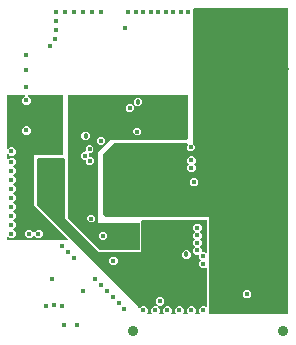
<source format=gbr>
G04 EAGLE Gerber RS-274X export*
G75*
%MOMM*%
%FSLAX34Y34*%
%LPD*%
%INCopper Layer 15*%
%IPPOS*%
%AMOC8*
5,1,8,0,0,1.08239X$1,22.5*%
G01*
%ADD10C,0.900000*%
%ADD11C,0.403200*%
%ADD12C,0.457200*%
%ADD13C,0.503200*%
%ADD14C,0.453200*%

G36*
X240166Y31373D02*
X240166Y31373D01*
X240185Y31371D01*
X240287Y31393D01*
X240389Y31410D01*
X240406Y31419D01*
X240426Y31423D01*
X240515Y31476D01*
X240606Y31525D01*
X240620Y31539D01*
X240637Y31549D01*
X240704Y31628D01*
X240775Y31703D01*
X240784Y31721D01*
X240797Y31736D01*
X240835Y31832D01*
X240879Y31926D01*
X240881Y31946D01*
X240889Y31964D01*
X240907Y32131D01*
X240907Y289231D01*
X240904Y289251D01*
X240906Y289270D01*
X240884Y289372D01*
X240867Y289474D01*
X240858Y289491D01*
X240854Y289511D01*
X240801Y289600D01*
X240752Y289691D01*
X240738Y289705D01*
X240728Y289722D01*
X240649Y289789D01*
X240574Y289860D01*
X240556Y289869D01*
X240541Y289882D01*
X240444Y289921D01*
X240351Y289964D01*
X240331Y289966D01*
X240313Y289974D01*
X240146Y289992D01*
X160655Y289992D01*
X160635Y289989D01*
X160616Y289991D01*
X160514Y289969D01*
X160412Y289952D01*
X160395Y289943D01*
X160375Y289939D01*
X160286Y289886D01*
X160195Y289837D01*
X160181Y289823D01*
X160164Y289813D01*
X160097Y289734D01*
X160026Y289659D01*
X160017Y289641D01*
X160004Y289626D01*
X159965Y289530D01*
X159922Y289436D01*
X159920Y289416D01*
X159912Y289398D01*
X159894Y289231D01*
X159894Y175524D01*
X159909Y175434D01*
X159916Y175343D01*
X159928Y175313D01*
X159934Y175281D01*
X159976Y175200D01*
X160012Y175116D01*
X160038Y175084D01*
X160049Y175064D01*
X160072Y175041D01*
X160117Y174985D01*
X161402Y173700D01*
X161402Y170978D01*
X159476Y169052D01*
X156754Y169052D01*
X154828Y170978D01*
X154828Y173700D01*
X155596Y174468D01*
X155637Y174526D01*
X155687Y174578D01*
X155709Y174625D01*
X155739Y174667D01*
X155760Y174736D01*
X155790Y174801D01*
X155796Y174853D01*
X155811Y174903D01*
X155810Y174974D01*
X155818Y175045D01*
X155806Y175096D01*
X155805Y175148D01*
X155780Y175216D01*
X155765Y175286D01*
X155739Y175330D01*
X155721Y175379D01*
X155676Y175435D01*
X155639Y175497D01*
X155600Y175531D01*
X155567Y175571D01*
X155507Y175610D01*
X155452Y175657D01*
X155404Y175676D01*
X155360Y175704D01*
X155291Y175722D01*
X155224Y175749D01*
X155153Y175757D01*
X155122Y175765D01*
X155098Y175763D01*
X155057Y175767D01*
X93472Y175767D01*
X93382Y175753D01*
X93291Y175745D01*
X93261Y175733D01*
X93229Y175728D01*
X93149Y175685D01*
X93065Y175649D01*
X93033Y175623D01*
X93012Y175612D01*
X92990Y175589D01*
X92934Y175544D01*
X84298Y166908D01*
X84245Y166834D01*
X84185Y166765D01*
X84173Y166735D01*
X84154Y166709D01*
X84127Y166622D01*
X84093Y166537D01*
X84089Y166496D01*
X84082Y166473D01*
X84083Y166441D01*
X84075Y166370D01*
X84075Y116840D01*
X84090Y116750D01*
X84097Y116659D01*
X84109Y116629D01*
X84115Y116597D01*
X84157Y116517D01*
X84193Y116433D01*
X84219Y116401D01*
X84230Y116380D01*
X84253Y116358D01*
X84298Y116302D01*
X86838Y113762D01*
X86912Y113709D01*
X86981Y113649D01*
X87011Y113637D01*
X87037Y113618D01*
X87124Y113591D01*
X87209Y113557D01*
X87250Y113553D01*
X87273Y113546D01*
X87305Y113547D01*
X87376Y113539D01*
X173737Y113539D01*
X173737Y32131D01*
X173740Y32111D01*
X173738Y32092D01*
X173760Y31990D01*
X173777Y31888D01*
X173786Y31871D01*
X173790Y31851D01*
X173843Y31762D01*
X173892Y31671D01*
X173906Y31657D01*
X173916Y31640D01*
X173995Y31573D01*
X174070Y31502D01*
X174088Y31493D01*
X174103Y31480D01*
X174199Y31441D01*
X174293Y31398D01*
X174313Y31396D01*
X174331Y31388D01*
X174498Y31370D01*
X240146Y31370D01*
X240166Y31373D01*
G37*
G36*
X114320Y85602D02*
X114320Y85602D01*
X114339Y85600D01*
X114441Y85622D01*
X114543Y85639D01*
X114560Y85648D01*
X114580Y85652D01*
X114669Y85705D01*
X114760Y85754D01*
X114774Y85768D01*
X114791Y85778D01*
X114858Y85857D01*
X114930Y85932D01*
X114938Y85950D01*
X114951Y85965D01*
X114990Y86061D01*
X115033Y86155D01*
X115035Y86175D01*
X115043Y86193D01*
X115061Y86360D01*
X115061Y107950D01*
X115058Y107970D01*
X115060Y107989D01*
X115038Y108091D01*
X115022Y108193D01*
X115012Y108210D01*
X115008Y108230D01*
X114955Y108319D01*
X114906Y108410D01*
X114892Y108424D01*
X114882Y108441D01*
X114803Y108508D01*
X114728Y108580D01*
X114710Y108588D01*
X114695Y108601D01*
X114599Y108640D01*
X114505Y108683D01*
X114485Y108685D01*
X114467Y108693D01*
X114300Y108711D01*
X79882Y108711D01*
X79882Y168595D01*
X90231Y178944D01*
X154813Y178944D01*
X154833Y178947D01*
X154852Y178945D01*
X154954Y178967D01*
X155056Y178984D01*
X155073Y178993D01*
X155093Y178997D01*
X155182Y179050D01*
X155273Y179099D01*
X155287Y179113D01*
X155304Y179123D01*
X155371Y179202D01*
X155443Y179277D01*
X155451Y179295D01*
X155464Y179310D01*
X155503Y179406D01*
X155546Y179500D01*
X155548Y179520D01*
X155556Y179538D01*
X155574Y179705D01*
X155574Y215900D01*
X155571Y215920D01*
X155573Y215939D01*
X155551Y216041D01*
X155535Y216143D01*
X155525Y216160D01*
X155521Y216180D01*
X155468Y216269D01*
X155419Y216360D01*
X155405Y216374D01*
X155395Y216391D01*
X155316Y216458D01*
X155241Y216530D01*
X155223Y216538D01*
X155208Y216551D01*
X155112Y216590D01*
X155018Y216633D01*
X154998Y216635D01*
X154980Y216643D01*
X154813Y216661D01*
X54991Y216661D01*
X54971Y216658D01*
X54952Y216660D01*
X54850Y216638D01*
X54748Y216622D01*
X54731Y216612D01*
X54711Y216608D01*
X54622Y216555D01*
X54531Y216506D01*
X54517Y216492D01*
X54500Y216482D01*
X54433Y216403D01*
X54362Y216328D01*
X54353Y216310D01*
X54340Y216295D01*
X54301Y216199D01*
X54258Y216105D01*
X54256Y216085D01*
X54248Y216067D01*
X54230Y215900D01*
X54230Y113030D01*
X54245Y112940D01*
X54252Y112849D01*
X54264Y112819D01*
X54270Y112787D01*
X54312Y112707D01*
X54348Y112623D01*
X54374Y112591D01*
X54385Y112570D01*
X54408Y112548D01*
X54434Y112515D01*
X54435Y112513D01*
X54437Y112512D01*
X54453Y112492D01*
X81123Y85822D01*
X81197Y85769D01*
X81266Y85709D01*
X81296Y85697D01*
X81322Y85678D01*
X81409Y85651D01*
X81494Y85617D01*
X81535Y85613D01*
X81558Y85606D01*
X81590Y85607D01*
X81661Y85599D01*
X114300Y85599D01*
X114320Y85602D01*
G37*
G36*
X124548Y31254D02*
X124548Y31254D01*
X124620Y31256D01*
X124669Y31274D01*
X124720Y31283D01*
X124784Y31316D01*
X124851Y31341D01*
X124892Y31373D01*
X124938Y31398D01*
X124987Y31450D01*
X125043Y31494D01*
X125071Y31538D01*
X125107Y31576D01*
X125137Y31641D01*
X125176Y31701D01*
X125189Y31752D01*
X125211Y31799D01*
X125219Y31870D01*
X125236Y31940D01*
X125232Y31992D01*
X125238Y32043D01*
X125223Y32114D01*
X125217Y32185D01*
X125197Y32233D01*
X125186Y32284D01*
X125149Y32345D01*
X125121Y32411D01*
X125076Y32467D01*
X125060Y32495D01*
X125042Y32510D01*
X125016Y32542D01*
X124733Y32825D01*
X124733Y35755D01*
X126805Y37827D01*
X129324Y37827D01*
X129394Y37838D01*
X129466Y37840D01*
X129515Y37858D01*
X129567Y37866D01*
X129630Y37900D01*
X129697Y37925D01*
X129738Y37957D01*
X129784Y37982D01*
X129833Y38034D01*
X129889Y38078D01*
X129917Y38122D01*
X129953Y38160D01*
X129983Y38225D01*
X130022Y38285D01*
X130035Y38336D01*
X130057Y38383D01*
X130065Y38454D01*
X130082Y38524D01*
X130078Y38576D01*
X130084Y38627D01*
X130069Y38698D01*
X130063Y38769D01*
X130043Y38817D01*
X130032Y38868D01*
X129995Y38929D01*
X129967Y38995D01*
X129922Y39051D01*
X129906Y39079D01*
X129888Y39094D01*
X129862Y39126D01*
X128543Y40445D01*
X128543Y43375D01*
X130615Y45447D01*
X133545Y45447D01*
X135617Y43375D01*
X135617Y40445D01*
X133545Y38373D01*
X131026Y38373D01*
X130956Y38362D01*
X130884Y38360D01*
X130835Y38342D01*
X130783Y38334D01*
X130720Y38300D01*
X130653Y38275D01*
X130612Y38243D01*
X130566Y38218D01*
X130517Y38166D01*
X130461Y38122D01*
X130433Y38078D01*
X130397Y38040D01*
X130367Y37975D01*
X130328Y37915D01*
X130315Y37864D01*
X130293Y37817D01*
X130285Y37746D01*
X130268Y37676D01*
X130272Y37624D01*
X130266Y37573D01*
X130281Y37502D01*
X130287Y37431D01*
X130307Y37383D01*
X130318Y37332D01*
X130355Y37271D01*
X130383Y37205D01*
X130428Y37149D01*
X130444Y37121D01*
X130462Y37106D01*
X130488Y37074D01*
X131807Y35755D01*
X131807Y32825D01*
X131524Y32542D01*
X131482Y32484D01*
X131433Y32432D01*
X131411Y32385D01*
X131380Y32343D01*
X131359Y32274D01*
X131329Y32209D01*
X131323Y32157D01*
X131308Y32108D01*
X131310Y32036D01*
X131302Y31965D01*
X131313Y31914D01*
X131314Y31862D01*
X131339Y31794D01*
X131354Y31724D01*
X131381Y31679D01*
X131399Y31631D01*
X131444Y31575D01*
X131480Y31513D01*
X131520Y31479D01*
X131553Y31439D01*
X131613Y31400D01*
X131667Y31353D01*
X131716Y31334D01*
X131760Y31306D01*
X131829Y31288D01*
X131896Y31261D01*
X131967Y31253D01*
X131998Y31245D01*
X132021Y31247D01*
X132062Y31243D01*
X134638Y31243D01*
X134708Y31254D01*
X134780Y31256D01*
X134829Y31274D01*
X134880Y31283D01*
X134944Y31316D01*
X135011Y31341D01*
X135052Y31373D01*
X135098Y31398D01*
X135147Y31450D01*
X135203Y31494D01*
X135231Y31538D01*
X135267Y31576D01*
X135297Y31641D01*
X135336Y31701D01*
X135349Y31752D01*
X135371Y31799D01*
X135379Y31870D01*
X135396Y31940D01*
X135392Y31992D01*
X135398Y32043D01*
X135383Y32114D01*
X135377Y32185D01*
X135357Y32233D01*
X135346Y32284D01*
X135309Y32345D01*
X135281Y32411D01*
X135236Y32467D01*
X135220Y32495D01*
X135202Y32510D01*
X135176Y32542D01*
X134893Y32825D01*
X134893Y35755D01*
X136965Y37827D01*
X139895Y37827D01*
X141967Y35755D01*
X141967Y32825D01*
X141684Y32542D01*
X141642Y32484D01*
X141593Y32432D01*
X141571Y32385D01*
X141540Y32343D01*
X141519Y32274D01*
X141489Y32209D01*
X141483Y32157D01*
X141468Y32108D01*
X141470Y32036D01*
X141462Y31965D01*
X141473Y31914D01*
X141474Y31862D01*
X141499Y31794D01*
X141514Y31724D01*
X141541Y31679D01*
X141559Y31631D01*
X141604Y31575D01*
X141640Y31513D01*
X141680Y31479D01*
X141713Y31439D01*
X141773Y31400D01*
X141827Y31353D01*
X141876Y31334D01*
X141920Y31306D01*
X141989Y31288D01*
X142056Y31261D01*
X142127Y31253D01*
X142158Y31245D01*
X142181Y31247D01*
X142222Y31243D01*
X144798Y31243D01*
X144868Y31254D01*
X144940Y31256D01*
X144989Y31274D01*
X145040Y31283D01*
X145104Y31316D01*
X145171Y31341D01*
X145212Y31373D01*
X145258Y31398D01*
X145307Y31450D01*
X145363Y31494D01*
X145391Y31538D01*
X145427Y31576D01*
X145457Y31641D01*
X145496Y31701D01*
X145509Y31752D01*
X145531Y31799D01*
X145539Y31870D01*
X145556Y31940D01*
X145552Y31992D01*
X145558Y32043D01*
X145543Y32114D01*
X145537Y32185D01*
X145517Y32233D01*
X145506Y32284D01*
X145469Y32345D01*
X145441Y32411D01*
X145396Y32467D01*
X145380Y32495D01*
X145362Y32510D01*
X145336Y32542D01*
X145053Y32825D01*
X145053Y35755D01*
X147125Y37827D01*
X150055Y37827D01*
X152127Y35755D01*
X152127Y32825D01*
X151844Y32542D01*
X151802Y32484D01*
X151753Y32432D01*
X151731Y32385D01*
X151700Y32343D01*
X151679Y32274D01*
X151649Y32209D01*
X151643Y32157D01*
X151628Y32108D01*
X151630Y32036D01*
X151622Y31965D01*
X151633Y31914D01*
X151634Y31862D01*
X151659Y31794D01*
X151674Y31724D01*
X151701Y31679D01*
X151719Y31631D01*
X151764Y31575D01*
X151800Y31513D01*
X151840Y31479D01*
X151873Y31439D01*
X151933Y31400D01*
X151987Y31353D01*
X152036Y31334D01*
X152080Y31306D01*
X152149Y31288D01*
X152216Y31261D01*
X152287Y31253D01*
X152318Y31245D01*
X152341Y31247D01*
X152382Y31243D01*
X154958Y31243D01*
X155028Y31254D01*
X155100Y31256D01*
X155149Y31274D01*
X155200Y31283D01*
X155264Y31316D01*
X155331Y31341D01*
X155372Y31373D01*
X155418Y31398D01*
X155467Y31450D01*
X155523Y31494D01*
X155551Y31538D01*
X155587Y31576D01*
X155617Y31641D01*
X155656Y31701D01*
X155669Y31752D01*
X155691Y31799D01*
X155699Y31870D01*
X155716Y31940D01*
X155712Y31992D01*
X155718Y32043D01*
X155703Y32114D01*
X155697Y32185D01*
X155677Y32233D01*
X155666Y32284D01*
X155629Y32345D01*
X155601Y32411D01*
X155556Y32467D01*
X155540Y32495D01*
X155522Y32510D01*
X155496Y32542D01*
X155213Y32825D01*
X155213Y35755D01*
X157285Y37827D01*
X160215Y37827D01*
X162287Y35755D01*
X162287Y32825D01*
X162004Y32542D01*
X161962Y32484D01*
X161913Y32432D01*
X161891Y32385D01*
X161860Y32343D01*
X161839Y32274D01*
X161809Y32209D01*
X161803Y32157D01*
X161788Y32108D01*
X161790Y32036D01*
X161782Y31965D01*
X161793Y31914D01*
X161794Y31862D01*
X161819Y31794D01*
X161834Y31724D01*
X161861Y31679D01*
X161879Y31631D01*
X161924Y31575D01*
X161960Y31513D01*
X162000Y31479D01*
X162033Y31439D01*
X162093Y31400D01*
X162147Y31353D01*
X162196Y31334D01*
X162240Y31306D01*
X162309Y31288D01*
X162376Y31261D01*
X162447Y31253D01*
X162478Y31245D01*
X162501Y31247D01*
X162542Y31243D01*
X165118Y31243D01*
X165188Y31254D01*
X165260Y31256D01*
X165309Y31274D01*
X165360Y31283D01*
X165424Y31316D01*
X165491Y31341D01*
X165532Y31373D01*
X165578Y31398D01*
X165627Y31450D01*
X165683Y31494D01*
X165711Y31538D01*
X165747Y31576D01*
X165777Y31641D01*
X165816Y31701D01*
X165829Y31752D01*
X165851Y31799D01*
X165859Y31870D01*
X165876Y31940D01*
X165872Y31992D01*
X165878Y32043D01*
X165863Y32114D01*
X165857Y32185D01*
X165837Y32233D01*
X165826Y32284D01*
X165789Y32345D01*
X165761Y32411D01*
X165716Y32467D01*
X165700Y32495D01*
X165682Y32510D01*
X165656Y32542D01*
X165373Y32825D01*
X165373Y35755D01*
X167445Y37827D01*
X170375Y37827D01*
X170658Y37544D01*
X170716Y37502D01*
X170768Y37453D01*
X170815Y37431D01*
X170857Y37400D01*
X170926Y37379D01*
X170991Y37349D01*
X171043Y37343D01*
X171093Y37328D01*
X171164Y37330D01*
X171235Y37322D01*
X171286Y37333D01*
X171338Y37334D01*
X171406Y37359D01*
X171476Y37374D01*
X171520Y37401D01*
X171569Y37419D01*
X171625Y37464D01*
X171687Y37500D01*
X171721Y37540D01*
X171761Y37573D01*
X171800Y37633D01*
X171847Y37687D01*
X171866Y37736D01*
X171894Y37780D01*
X171912Y37849D01*
X171921Y37872D01*
X171929Y37889D01*
X171930Y37893D01*
X171939Y37916D01*
X171947Y37987D01*
X171955Y38018D01*
X171953Y38041D01*
X171957Y38082D01*
X171957Y65296D01*
X171943Y65386D01*
X171935Y65477D01*
X171923Y65507D01*
X171918Y65538D01*
X171875Y65619D01*
X171839Y65703D01*
X171813Y65735D01*
X171802Y65756D01*
X171779Y65778D01*
X171734Y65834D01*
X171723Y65845D01*
X171723Y68775D01*
X171734Y68786D01*
X171779Y68848D01*
X171807Y68877D01*
X171812Y68888D01*
X171847Y68929D01*
X171859Y68959D01*
X171878Y68986D01*
X171905Y69073D01*
X171939Y69158D01*
X171943Y69198D01*
X171950Y69221D01*
X171949Y69253D01*
X171957Y69324D01*
X171957Y69868D01*
X171946Y69938D01*
X171944Y70010D01*
X171926Y70059D01*
X171918Y70110D01*
X171884Y70174D01*
X171859Y70241D01*
X171827Y70282D01*
X171802Y70328D01*
X171751Y70377D01*
X171706Y70433D01*
X171662Y70461D01*
X171624Y70497D01*
X171559Y70527D01*
X171499Y70566D01*
X171448Y70579D01*
X171401Y70601D01*
X171330Y70609D01*
X171260Y70626D01*
X171208Y70622D01*
X171157Y70628D01*
X171086Y70613D01*
X171015Y70607D01*
X170967Y70587D01*
X170916Y70576D01*
X170855Y70539D01*
X170789Y70511D01*
X170733Y70466D01*
X170705Y70450D01*
X170690Y70432D01*
X170658Y70406D01*
X170375Y70123D01*
X167445Y70123D01*
X165373Y72195D01*
X165373Y75125D01*
X166545Y76297D01*
X166557Y76313D01*
X166572Y76325D01*
X166628Y76413D01*
X166689Y76496D01*
X166694Y76515D01*
X166705Y76532D01*
X166730Y76633D01*
X166761Y76732D01*
X166760Y76751D01*
X166765Y76771D01*
X166757Y76874D01*
X166755Y76977D01*
X166748Y76996D01*
X166746Y77016D01*
X166706Y77111D01*
X166670Y77208D01*
X166658Y77224D01*
X166650Y77242D01*
X166545Y77373D01*
X165373Y78545D01*
X165373Y80792D01*
X165370Y80812D01*
X165372Y80831D01*
X165350Y80933D01*
X165334Y81035D01*
X165324Y81052D01*
X165320Y81072D01*
X165267Y81161D01*
X165218Y81252D01*
X165204Y81266D01*
X165194Y81283D01*
X165115Y81350D01*
X165040Y81422D01*
X165022Y81430D01*
X165007Y81443D01*
X164911Y81482D01*
X164817Y81525D01*
X164797Y81527D01*
X164779Y81535D01*
X164612Y81553D01*
X162365Y81553D01*
X160293Y83625D01*
X160293Y86555D01*
X161465Y87727D01*
X161477Y87743D01*
X161492Y87755D01*
X161548Y87843D01*
X161609Y87926D01*
X161614Y87945D01*
X161625Y87962D01*
X161650Y88063D01*
X161681Y88162D01*
X161680Y88181D01*
X161685Y88201D01*
X161677Y88304D01*
X161675Y88407D01*
X161668Y88426D01*
X161666Y88446D01*
X161626Y88541D01*
X161590Y88638D01*
X161578Y88654D01*
X161570Y88672D01*
X161465Y88803D01*
X160293Y89975D01*
X160293Y92905D01*
X161465Y94077D01*
X161477Y94093D01*
X161492Y94105D01*
X161548Y94193D01*
X161609Y94276D01*
X161614Y94295D01*
X161625Y94312D01*
X161650Y94413D01*
X161681Y94512D01*
X161680Y94531D01*
X161685Y94551D01*
X161677Y94654D01*
X161675Y94757D01*
X161668Y94776D01*
X161666Y94796D01*
X161626Y94891D01*
X161590Y94988D01*
X161578Y95004D01*
X161570Y95022D01*
X161465Y95153D01*
X160293Y96325D01*
X160293Y99255D01*
X161465Y100427D01*
X161477Y100443D01*
X161492Y100455D01*
X161548Y100543D01*
X161609Y100626D01*
X161614Y100645D01*
X161625Y100662D01*
X161650Y100763D01*
X161681Y100862D01*
X161680Y100881D01*
X161685Y100901D01*
X161677Y101004D01*
X161675Y101107D01*
X161668Y101126D01*
X161666Y101146D01*
X161626Y101241D01*
X161590Y101338D01*
X161578Y101354D01*
X161570Y101372D01*
X161465Y101503D01*
X160293Y102675D01*
X160293Y105605D01*
X162365Y107677D01*
X165295Y107677D01*
X167367Y105605D01*
X167367Y102675D01*
X166195Y101503D01*
X166183Y101487D01*
X166168Y101475D01*
X166112Y101387D01*
X166051Y101304D01*
X166046Y101285D01*
X166035Y101268D01*
X166009Y101167D01*
X165979Y101068D01*
X165980Y101049D01*
X165975Y101029D01*
X165983Y100926D01*
X165985Y100823D01*
X165992Y100804D01*
X165994Y100784D01*
X166034Y100689D01*
X166070Y100592D01*
X166082Y100576D01*
X166090Y100558D01*
X166195Y100427D01*
X167367Y99255D01*
X167367Y96325D01*
X166195Y95153D01*
X166183Y95137D01*
X166168Y95125D01*
X166112Y95037D01*
X166051Y94954D01*
X166046Y94935D01*
X166035Y94918D01*
X166009Y94817D01*
X165979Y94718D01*
X165980Y94699D01*
X165975Y94679D01*
X165983Y94576D01*
X165985Y94473D01*
X165992Y94454D01*
X165994Y94434D01*
X166034Y94339D01*
X166070Y94242D01*
X166082Y94226D01*
X166090Y94208D01*
X166195Y94077D01*
X167367Y92905D01*
X167367Y89975D01*
X166195Y88803D01*
X166183Y88787D01*
X166168Y88775D01*
X166112Y88687D01*
X166051Y88604D01*
X166046Y88585D01*
X166035Y88568D01*
X166009Y88467D01*
X165979Y88368D01*
X165980Y88349D01*
X165975Y88329D01*
X165983Y88226D01*
X165985Y88123D01*
X165992Y88104D01*
X165994Y88084D01*
X166034Y87989D01*
X166070Y87892D01*
X166082Y87876D01*
X166090Y87858D01*
X166195Y87727D01*
X167367Y86555D01*
X167367Y84308D01*
X167370Y84288D01*
X167368Y84269D01*
X167390Y84167D01*
X167406Y84065D01*
X167416Y84048D01*
X167420Y84028D01*
X167473Y83939D01*
X167522Y83848D01*
X167536Y83834D01*
X167546Y83817D01*
X167625Y83750D01*
X167700Y83678D01*
X167718Y83670D01*
X167733Y83657D01*
X167829Y83618D01*
X167923Y83575D01*
X167943Y83573D01*
X167961Y83565D01*
X168128Y83547D01*
X170375Y83547D01*
X170658Y83264D01*
X170716Y83222D01*
X170768Y83173D01*
X170815Y83151D01*
X170857Y83120D01*
X170926Y83099D01*
X170991Y83069D01*
X171043Y83063D01*
X171093Y83048D01*
X171164Y83050D01*
X171235Y83042D01*
X171286Y83053D01*
X171338Y83054D01*
X171406Y83079D01*
X171476Y83094D01*
X171520Y83121D01*
X171569Y83139D01*
X171625Y83184D01*
X171687Y83220D01*
X171721Y83260D01*
X171761Y83293D01*
X171800Y83353D01*
X171847Y83407D01*
X171866Y83456D01*
X171894Y83500D01*
X171912Y83569D01*
X171939Y83636D01*
X171947Y83707D01*
X171955Y83738D01*
X171953Y83761D01*
X171957Y83802D01*
X171957Y110109D01*
X171954Y110129D01*
X171956Y110148D01*
X171934Y110250D01*
X171918Y110352D01*
X171908Y110369D01*
X171904Y110389D01*
X171851Y110478D01*
X171802Y110569D01*
X171788Y110583D01*
X171778Y110600D01*
X171699Y110667D01*
X171624Y110739D01*
X171606Y110747D01*
X171591Y110760D01*
X171495Y110799D01*
X171401Y110842D01*
X171381Y110844D01*
X171363Y110852D01*
X171196Y110870D01*
X117221Y110870D01*
X117201Y110867D01*
X117182Y110869D01*
X117080Y110847D01*
X116978Y110831D01*
X116961Y110821D01*
X116941Y110817D01*
X116852Y110764D01*
X116761Y110715D01*
X116747Y110701D01*
X116730Y110691D01*
X116663Y110612D01*
X116592Y110537D01*
X116583Y110519D01*
X116570Y110504D01*
X116531Y110408D01*
X116488Y110314D01*
X116486Y110294D01*
X116478Y110276D01*
X116460Y110109D01*
X116460Y83946D01*
X80071Y83946D01*
X51307Y112710D01*
X51307Y162560D01*
X51304Y162580D01*
X51306Y162599D01*
X51284Y162701D01*
X51268Y162803D01*
X51258Y162820D01*
X51254Y162840D01*
X51201Y162929D01*
X51152Y163020D01*
X51138Y163034D01*
X51128Y163051D01*
X51049Y163118D01*
X50974Y163190D01*
X50956Y163198D01*
X50941Y163211D01*
X50845Y163250D01*
X50751Y163293D01*
X50731Y163295D01*
X50713Y163303D01*
X50546Y163321D01*
X29083Y163321D01*
X29063Y163318D01*
X29044Y163320D01*
X28942Y163298D01*
X28840Y163282D01*
X28823Y163272D01*
X28803Y163268D01*
X28714Y163215D01*
X28623Y163166D01*
X28609Y163152D01*
X28592Y163142D01*
X28525Y163063D01*
X28454Y162988D01*
X28445Y162970D01*
X28432Y162955D01*
X28393Y162859D01*
X28350Y162765D01*
X28348Y162745D01*
X28340Y162727D01*
X28322Y162560D01*
X28322Y123063D01*
X28337Y122973D01*
X28344Y122882D01*
X28356Y122852D01*
X28362Y122820D01*
X28404Y122740D01*
X28440Y122656D01*
X28466Y122624D01*
X28477Y122603D01*
X28500Y122581D01*
X28545Y122525D01*
X114406Y36664D01*
X114422Y36652D01*
X114434Y36637D01*
X114522Y36581D01*
X114605Y36520D01*
X114624Y36514D01*
X114641Y36504D01*
X114742Y36478D01*
X114840Y36448D01*
X114860Y36448D01*
X114880Y36444D01*
X114983Y36452D01*
X115086Y36454D01*
X115105Y36461D01*
X115125Y36463D01*
X115220Y36503D01*
X115317Y36539D01*
X115333Y36551D01*
X115351Y36559D01*
X115482Y36664D01*
X116645Y37827D01*
X119575Y37827D01*
X121647Y35755D01*
X121647Y32825D01*
X121364Y32542D01*
X121322Y32484D01*
X121273Y32432D01*
X121251Y32385D01*
X121220Y32343D01*
X121199Y32274D01*
X121169Y32209D01*
X121163Y32157D01*
X121148Y32108D01*
X121150Y32036D01*
X121142Y31965D01*
X121153Y31914D01*
X121154Y31862D01*
X121179Y31794D01*
X121194Y31724D01*
X121221Y31679D01*
X121239Y31631D01*
X121284Y31575D01*
X121320Y31513D01*
X121360Y31479D01*
X121393Y31439D01*
X121453Y31400D01*
X121507Y31353D01*
X121556Y31334D01*
X121600Y31306D01*
X121669Y31288D01*
X121736Y31261D01*
X121807Y31253D01*
X121838Y31245D01*
X121861Y31247D01*
X121902Y31243D01*
X124478Y31243D01*
X124548Y31254D01*
G37*
G36*
X53665Y93738D02*
X53665Y93738D01*
X53736Y93740D01*
X53785Y93758D01*
X53837Y93767D01*
X53900Y93800D01*
X53967Y93825D01*
X54008Y93857D01*
X54054Y93882D01*
X54103Y93933D01*
X54159Y93978D01*
X54188Y94022D01*
X54224Y94060D01*
X54254Y94125D01*
X54292Y94185D01*
X54305Y94236D01*
X54327Y94283D01*
X54335Y94354D01*
X54353Y94424D01*
X54348Y94476D01*
X54354Y94527D01*
X54339Y94598D01*
X54333Y94669D01*
X54313Y94717D01*
X54302Y94768D01*
X54265Y94829D01*
X54237Y94895D01*
X54192Y94951D01*
X54176Y94979D01*
X54158Y94994D01*
X54132Y95026D01*
X25526Y123632D01*
X25526Y166244D01*
X49276Y166244D01*
X49296Y166247D01*
X49315Y166245D01*
X49417Y166267D01*
X49519Y166284D01*
X49536Y166293D01*
X49556Y166297D01*
X49645Y166350D01*
X49736Y166399D01*
X49750Y166413D01*
X49767Y166423D01*
X49834Y166502D01*
X49906Y166577D01*
X49914Y166595D01*
X49927Y166610D01*
X49966Y166706D01*
X50009Y166800D01*
X50011Y166820D01*
X50019Y166838D01*
X50037Y167005D01*
X50037Y216027D01*
X50034Y216047D01*
X50036Y216066D01*
X50014Y216168D01*
X49998Y216270D01*
X49988Y216287D01*
X49984Y216307D01*
X49931Y216396D01*
X49882Y216487D01*
X49868Y216501D01*
X49858Y216518D01*
X49779Y216585D01*
X49704Y216657D01*
X49686Y216665D01*
X49671Y216678D01*
X49575Y216717D01*
X49481Y216760D01*
X49461Y216762D01*
X49443Y216770D01*
X49276Y216788D01*
X21191Y216788D01*
X21121Y216777D01*
X21049Y216775D01*
X21000Y216757D01*
X20949Y216749D01*
X20885Y216715D01*
X20818Y216690D01*
X20777Y216658D01*
X20731Y216633D01*
X20682Y216582D01*
X20626Y216537D01*
X20598Y216493D01*
X20562Y216455D01*
X20532Y216390D01*
X20493Y216330D01*
X20480Y216279D01*
X20458Y216232D01*
X20450Y216161D01*
X20433Y216091D01*
X20437Y216039D01*
X20431Y215988D01*
X20446Y215917D01*
X20452Y215846D01*
X20472Y215798D01*
X20483Y215747D01*
X20520Y215686D01*
X20548Y215620D01*
X20593Y215564D01*
X20609Y215536D01*
X20627Y215521D01*
X20653Y215489D01*
X22587Y213555D01*
X22587Y210625D01*
X20515Y208553D01*
X17585Y208553D01*
X15513Y210625D01*
X15513Y213555D01*
X17447Y215489D01*
X17489Y215547D01*
X17538Y215599D01*
X17560Y215646D01*
X17591Y215688D01*
X17612Y215757D01*
X17642Y215822D01*
X17648Y215874D01*
X17663Y215924D01*
X17661Y215995D01*
X17669Y216066D01*
X17658Y216117D01*
X17657Y216169D01*
X17632Y216237D01*
X17617Y216307D01*
X17590Y216351D01*
X17572Y216400D01*
X17527Y216456D01*
X17491Y216518D01*
X17451Y216552D01*
X17418Y216592D01*
X17358Y216631D01*
X17304Y216678D01*
X17255Y216697D01*
X17211Y216725D01*
X17142Y216743D01*
X17075Y216770D01*
X17004Y216778D01*
X16973Y216786D01*
X16950Y216784D01*
X16909Y216788D01*
X3411Y216788D01*
X3391Y216785D01*
X3371Y216787D01*
X3270Y216765D01*
X3168Y216749D01*
X3150Y216739D01*
X3131Y216735D01*
X3042Y216682D01*
X2950Y216633D01*
X2937Y216619D01*
X2920Y216609D01*
X2852Y216530D01*
X2781Y216455D01*
X2773Y216437D01*
X2760Y216422D01*
X2721Y216326D01*
X2677Y216232D01*
X2675Y216212D01*
X2668Y216194D01*
X2649Y216027D01*
X2649Y172049D01*
X2661Y171978D01*
X2663Y171906D01*
X2681Y171857D01*
X2689Y171806D01*
X2723Y171743D01*
X2747Y171675D01*
X2780Y171635D01*
X2804Y171589D01*
X2856Y171539D01*
X2901Y171483D01*
X2945Y171455D01*
X2983Y171419D01*
X3048Y171389D01*
X3108Y171350D01*
X3158Y171338D01*
X3206Y171316D01*
X3277Y171308D01*
X3346Y171290D01*
X3398Y171294D01*
X3450Y171289D01*
X3520Y171304D01*
X3592Y171309D01*
X3639Y171330D01*
X3690Y171341D01*
X3752Y171378D01*
X3818Y171406D01*
X3874Y171451D01*
X3902Y171467D01*
X3917Y171485D01*
X3949Y171511D01*
X4885Y172447D01*
X7815Y172447D01*
X9887Y170375D01*
X9887Y167445D01*
X7815Y165373D01*
X4885Y165373D01*
X3949Y166309D01*
X3891Y166351D01*
X3839Y166401D01*
X3791Y166423D01*
X3749Y166453D01*
X3681Y166474D01*
X3616Y166504D01*
X3564Y166510D01*
X3514Y166525D01*
X3442Y166523D01*
X3371Y166531D01*
X3320Y166520D01*
X3268Y166519D01*
X3201Y166494D01*
X3131Y166479D01*
X3086Y166452D01*
X3037Y166435D01*
X2981Y166390D01*
X2920Y166353D01*
X2886Y166313D01*
X2845Y166281D01*
X2806Y166221D01*
X2760Y166166D01*
X2740Y166118D01*
X2712Y166074D01*
X2695Y166004D01*
X2668Y165938D01*
X2660Y165867D01*
X2652Y165835D01*
X2654Y165812D01*
X2649Y165771D01*
X2649Y163159D01*
X2661Y163088D01*
X2663Y163016D01*
X2681Y162967D01*
X2689Y162916D01*
X2723Y162853D01*
X2747Y162785D01*
X2780Y162745D01*
X2804Y162699D01*
X2856Y162649D01*
X2901Y162593D01*
X2945Y162565D01*
X2983Y162529D01*
X3048Y162499D01*
X3108Y162460D01*
X3158Y162448D01*
X3206Y162426D01*
X3277Y162418D01*
X3346Y162400D01*
X3398Y162404D01*
X3450Y162399D01*
X3520Y162414D01*
X3592Y162419D01*
X3639Y162440D01*
X3690Y162451D01*
X3752Y162488D01*
X3818Y162516D01*
X3874Y162561D01*
X3902Y162577D01*
X3917Y162595D01*
X3949Y162621D01*
X4885Y163557D01*
X7815Y163557D01*
X9887Y161485D01*
X9887Y158555D01*
X8080Y156748D01*
X8068Y156732D01*
X8053Y156720D01*
X7997Y156632D01*
X7936Y156549D01*
X7931Y156530D01*
X7920Y156513D01*
X7894Y156412D01*
X7864Y156313D01*
X7865Y156294D01*
X7860Y156274D01*
X7868Y156171D01*
X7870Y156068D01*
X7877Y156049D01*
X7879Y156029D01*
X7919Y155934D01*
X7955Y155837D01*
X7967Y155821D01*
X7975Y155803D01*
X8080Y155672D01*
X9887Y153865D01*
X9887Y150935D01*
X8080Y149128D01*
X8068Y149112D01*
X8053Y149100D01*
X7997Y149012D01*
X7936Y148929D01*
X7931Y148910D01*
X7920Y148893D01*
X7894Y148792D01*
X7864Y148693D01*
X7865Y148674D01*
X7860Y148654D01*
X7868Y148551D01*
X7870Y148448D01*
X7877Y148429D01*
X7879Y148409D01*
X7919Y148314D01*
X7955Y148217D01*
X7967Y148201D01*
X7975Y148183D01*
X8080Y148052D01*
X9887Y146245D01*
X9887Y143315D01*
X8080Y141508D01*
X8068Y141492D01*
X8053Y141480D01*
X7997Y141392D01*
X7936Y141309D01*
X7931Y141290D01*
X7920Y141273D01*
X7894Y141172D01*
X7864Y141073D01*
X7865Y141054D01*
X7860Y141034D01*
X7868Y140931D01*
X7870Y140828D01*
X7877Y140809D01*
X7879Y140789D01*
X7919Y140694D01*
X7955Y140597D01*
X7967Y140581D01*
X7975Y140563D01*
X8080Y140432D01*
X9887Y138625D01*
X9887Y135695D01*
X8080Y133888D01*
X8068Y133872D01*
X8053Y133860D01*
X7997Y133772D01*
X7936Y133689D01*
X7931Y133670D01*
X7920Y133653D01*
X7894Y133552D01*
X7864Y133453D01*
X7865Y133434D01*
X7860Y133414D01*
X7868Y133311D01*
X7870Y133208D01*
X7877Y133189D01*
X7879Y133169D01*
X7919Y133074D01*
X7955Y132977D01*
X7967Y132961D01*
X7975Y132943D01*
X8080Y132812D01*
X9887Y131005D01*
X9887Y128075D01*
X8080Y126268D01*
X8068Y126252D01*
X8053Y126240D01*
X7997Y126152D01*
X7936Y126069D01*
X7931Y126050D01*
X7920Y126033D01*
X7895Y125932D01*
X7864Y125833D01*
X7865Y125814D01*
X7860Y125794D01*
X7868Y125691D01*
X7870Y125588D01*
X7877Y125569D01*
X7879Y125549D01*
X7919Y125454D01*
X7955Y125357D01*
X7967Y125341D01*
X7975Y125323D01*
X8080Y125192D01*
X9887Y123385D01*
X9887Y120455D01*
X8080Y118648D01*
X8068Y118632D01*
X8053Y118620D01*
X7997Y118532D01*
X7936Y118449D01*
X7931Y118430D01*
X7920Y118413D01*
X7894Y118312D01*
X7864Y118213D01*
X7865Y118194D01*
X7860Y118174D01*
X7868Y118071D01*
X7870Y117968D01*
X7877Y117949D01*
X7879Y117929D01*
X7919Y117834D01*
X7955Y117737D01*
X7967Y117721D01*
X7975Y117703D01*
X8057Y117600D01*
X8060Y117596D01*
X8063Y117593D01*
X8080Y117572D01*
X9887Y115765D01*
X9887Y112835D01*
X8080Y111028D01*
X8068Y111012D01*
X8053Y111000D01*
X7997Y110912D01*
X7936Y110829D01*
X7931Y110810D01*
X7920Y110793D01*
X7894Y110692D01*
X7864Y110593D01*
X7865Y110574D01*
X7860Y110554D01*
X7868Y110451D01*
X7870Y110348D01*
X7877Y110329D01*
X7879Y110309D01*
X7919Y110214D01*
X7926Y110197D01*
X7926Y110194D01*
X7927Y110193D01*
X7955Y110117D01*
X7967Y110101D01*
X7975Y110083D01*
X8045Y109995D01*
X8052Y109983D01*
X8060Y109977D01*
X8080Y109952D01*
X9887Y108145D01*
X9887Y105215D01*
X8080Y103408D01*
X8068Y103392D01*
X8053Y103380D01*
X7997Y103292D01*
X7936Y103209D01*
X7931Y103190D01*
X7920Y103173D01*
X7894Y103072D01*
X7864Y102973D01*
X7865Y102954D01*
X7860Y102934D01*
X7868Y102834D01*
X7866Y102822D01*
X7868Y102813D01*
X7870Y102728D01*
X7877Y102709D01*
X7879Y102689D01*
X7912Y102610D01*
X7919Y102582D01*
X7932Y102560D01*
X7955Y102497D01*
X7967Y102481D01*
X7975Y102463D01*
X8033Y102390D01*
X8045Y102371D01*
X8057Y102360D01*
X8080Y102332D01*
X9887Y100525D01*
X9887Y97595D01*
X7815Y95523D01*
X4885Y95523D01*
X3949Y96459D01*
X3891Y96501D01*
X3839Y96551D01*
X3791Y96573D01*
X3749Y96603D01*
X3681Y96624D01*
X3616Y96654D01*
X3564Y96660D01*
X3514Y96675D01*
X3442Y96673D01*
X3371Y96681D01*
X3320Y96670D01*
X3268Y96669D01*
X3201Y96644D01*
X3131Y96629D01*
X3086Y96602D01*
X3037Y96585D01*
X2981Y96540D01*
X2920Y96503D01*
X2886Y96463D01*
X2845Y96431D01*
X2806Y96371D01*
X2760Y96316D01*
X2740Y96268D01*
X2712Y96224D01*
X2695Y96154D01*
X2668Y96088D01*
X2660Y96017D01*
X2652Y95985D01*
X2654Y95962D01*
X2649Y95921D01*
X2649Y94488D01*
X2653Y94468D01*
X2650Y94449D01*
X2672Y94347D01*
X2689Y94245D01*
X2698Y94228D01*
X2703Y94208D01*
X2756Y94119D01*
X2804Y94028D01*
X2819Y94014D01*
X2829Y93997D01*
X2908Y93930D01*
X2983Y93859D01*
X3001Y93850D01*
X3016Y93837D01*
X3112Y93798D01*
X3206Y93755D01*
X3225Y93753D01*
X3244Y93745D01*
X3411Y93727D01*
X53594Y93727D01*
X53665Y93738D01*
G37*
%LPC*%
G36*
X71283Y157495D02*
X71283Y157495D01*
X69357Y159421D01*
X69357Y161306D01*
X69354Y161326D01*
X69356Y161345D01*
X69334Y161447D01*
X69318Y161549D01*
X69308Y161566D01*
X69304Y161586D01*
X69251Y161675D01*
X69202Y161766D01*
X69188Y161780D01*
X69178Y161797D01*
X69099Y161864D01*
X69024Y161936D01*
X69006Y161944D01*
X68991Y161957D01*
X68895Y161996D01*
X68801Y162039D01*
X68781Y162041D01*
X68763Y162049D01*
X68596Y162067D01*
X67473Y162067D01*
X65547Y163993D01*
X65547Y166715D01*
X67473Y168641D01*
X68469Y168641D01*
X68489Y168644D01*
X68508Y168642D01*
X68610Y168664D01*
X68712Y168680D01*
X68729Y168690D01*
X68749Y168694D01*
X68838Y168747D01*
X68929Y168796D01*
X68943Y168810D01*
X68960Y168820D01*
X69027Y168899D01*
X69099Y168974D01*
X69107Y168992D01*
X69120Y169007D01*
X69159Y169103D01*
X69202Y169197D01*
X69204Y169217D01*
X69212Y169235D01*
X69230Y169402D01*
X69230Y172176D01*
X71156Y174102D01*
X73878Y174102D01*
X75804Y172176D01*
X75804Y169454D01*
X73878Y167528D01*
X72882Y167528D01*
X72862Y167525D01*
X72843Y167527D01*
X72741Y167505D01*
X72639Y167489D01*
X72622Y167479D01*
X72602Y167475D01*
X72513Y167422D01*
X72422Y167373D01*
X72408Y167359D01*
X72391Y167349D01*
X72324Y167270D01*
X72252Y167195D01*
X72244Y167177D01*
X72231Y167162D01*
X72192Y167066D01*
X72149Y166972D01*
X72147Y166952D01*
X72139Y166934D01*
X72121Y166767D01*
X72121Y164830D01*
X72124Y164810D01*
X72122Y164791D01*
X72144Y164689D01*
X72160Y164587D01*
X72170Y164570D01*
X72174Y164550D01*
X72227Y164461D01*
X72276Y164370D01*
X72290Y164356D01*
X72300Y164339D01*
X72379Y164272D01*
X72454Y164200D01*
X72472Y164192D01*
X72487Y164179D01*
X72583Y164140D01*
X72677Y164097D01*
X72697Y164095D01*
X72715Y164087D01*
X72882Y164069D01*
X74005Y164069D01*
X75931Y162143D01*
X75931Y159421D01*
X74005Y157495D01*
X71283Y157495D01*
G37*
%LPD*%
%LPC*%
G36*
X20125Y95523D02*
X20125Y95523D01*
X18053Y97595D01*
X18053Y100525D01*
X20125Y102597D01*
X23055Y102597D01*
X24862Y100790D01*
X24878Y100778D01*
X24890Y100763D01*
X24958Y100719D01*
X24994Y100688D01*
X25014Y100680D01*
X25061Y100646D01*
X25080Y100641D01*
X25097Y100630D01*
X25198Y100605D01*
X25218Y100598D01*
X25222Y100596D01*
X25225Y100596D01*
X25297Y100574D01*
X25316Y100575D01*
X25336Y100570D01*
X25439Y100578D01*
X25542Y100580D01*
X25561Y100587D01*
X25581Y100589D01*
X25646Y100616D01*
X25654Y100618D01*
X25674Y100628D01*
X25676Y100629D01*
X25773Y100665D01*
X25789Y100677D01*
X25807Y100685D01*
X25859Y100726D01*
X25871Y100733D01*
X25885Y100747D01*
X25938Y100790D01*
X27745Y102597D01*
X30675Y102597D01*
X32747Y100525D01*
X32747Y97595D01*
X30675Y95523D01*
X27745Y95523D01*
X25938Y97330D01*
X25922Y97342D01*
X25910Y97357D01*
X25836Y97405D01*
X25815Y97423D01*
X25802Y97428D01*
X25739Y97474D01*
X25720Y97479D01*
X25703Y97490D01*
X25602Y97516D01*
X25503Y97546D01*
X25484Y97545D01*
X25464Y97550D01*
X25361Y97542D01*
X25258Y97540D01*
X25239Y97533D01*
X25219Y97531D01*
X25124Y97491D01*
X25027Y97455D01*
X25011Y97443D01*
X24993Y97435D01*
X24926Y97381D01*
X24920Y97378D01*
X24914Y97371D01*
X24862Y97330D01*
X23055Y95523D01*
X20125Y95523D01*
G37*
%LPD*%
%LPC*%
G36*
X157285Y151403D02*
X157285Y151403D01*
X155213Y153475D01*
X155213Y156405D01*
X156385Y157577D01*
X156397Y157593D01*
X156412Y157605D01*
X156468Y157693D01*
X156529Y157776D01*
X156534Y157795D01*
X156545Y157812D01*
X156570Y157913D01*
X156601Y158012D01*
X156600Y158031D01*
X156605Y158051D01*
X156597Y158154D01*
X156595Y158257D01*
X156588Y158276D01*
X156586Y158296D01*
X156546Y158391D01*
X156510Y158488D01*
X156498Y158504D01*
X156490Y158522D01*
X156385Y158653D01*
X155213Y159825D01*
X155213Y162755D01*
X157285Y164827D01*
X160215Y164827D01*
X162287Y162755D01*
X162287Y159825D01*
X161115Y158653D01*
X161103Y158637D01*
X161088Y158625D01*
X161032Y158537D01*
X160971Y158454D01*
X160966Y158435D01*
X160955Y158418D01*
X160929Y158317D01*
X160899Y158218D01*
X160900Y158199D01*
X160895Y158179D01*
X160903Y158076D01*
X160905Y157973D01*
X160912Y157954D01*
X160914Y157934D01*
X160954Y157839D01*
X160990Y157742D01*
X161002Y157726D01*
X161010Y157708D01*
X161115Y157577D01*
X162287Y156405D01*
X162287Y153475D01*
X160215Y151403D01*
X157285Y151403D01*
G37*
%LPD*%
%LPC*%
G36*
X111811Y207263D02*
X111811Y207263D01*
X109727Y209347D01*
X109727Y212293D01*
X111811Y214377D01*
X114757Y214377D01*
X116841Y212293D01*
X116841Y209347D01*
X114757Y207263D01*
X111811Y207263D01*
G37*
%LPD*%
%LPC*%
G36*
X67615Y178688D02*
X67615Y178688D01*
X65531Y180772D01*
X65531Y183718D01*
X67615Y185802D01*
X70561Y185802D01*
X72645Y183718D01*
X72645Y180772D01*
X70561Y178688D01*
X67615Y178688D01*
G37*
%LPD*%
%LPC*%
G36*
X153086Y78231D02*
X153086Y78231D01*
X151002Y80315D01*
X151002Y83261D01*
X153086Y85345D01*
X156032Y85345D01*
X158116Y83261D01*
X158116Y80315D01*
X156032Y78231D01*
X153086Y78231D01*
G37*
%LPD*%
%LPC*%
G36*
X17585Y183153D02*
X17585Y183153D01*
X15513Y185225D01*
X15513Y188155D01*
X17585Y190227D01*
X20515Y190227D01*
X22587Y188155D01*
X22587Y185225D01*
X20515Y183153D01*
X17585Y183153D01*
G37*
%LPD*%
%LPC*%
G36*
X159571Y139592D02*
X159571Y139592D01*
X157499Y141664D01*
X157499Y144594D01*
X159571Y146666D01*
X162501Y146666D01*
X164573Y144594D01*
X164573Y141664D01*
X162501Y139592D01*
X159571Y139592D01*
G37*
%LPD*%
%LPC*%
G36*
X91245Y72663D02*
X91245Y72663D01*
X89173Y74735D01*
X89173Y77665D01*
X91245Y79737D01*
X94175Y79737D01*
X96247Y77665D01*
X96247Y74735D01*
X94175Y72663D01*
X91245Y72663D01*
G37*
%LPD*%
%LPC*%
G36*
X204275Y44723D02*
X204275Y44723D01*
X202203Y46795D01*
X202203Y49725D01*
X204275Y51797D01*
X207205Y51797D01*
X209277Y49725D01*
X209277Y46795D01*
X207205Y44723D01*
X204275Y44723D01*
G37*
%LPD*%
%LPC*%
G36*
X105065Y202453D02*
X105065Y202453D01*
X103139Y204379D01*
X103139Y207101D01*
X105065Y209027D01*
X107787Y209027D01*
X109713Y207101D01*
X109713Y204379D01*
X107787Y202453D01*
X105065Y202453D01*
G37*
%LPD*%
%LPC*%
G36*
X111415Y182514D02*
X111415Y182514D01*
X109489Y184440D01*
X109489Y187162D01*
X111415Y189088D01*
X114137Y189088D01*
X116063Y187162D01*
X116063Y184440D01*
X114137Y182514D01*
X111415Y182514D01*
G37*
%LPD*%
%LPC*%
G36*
X80681Y174640D02*
X80681Y174640D01*
X78755Y176566D01*
X78755Y179288D01*
X80681Y181214D01*
X83403Y181214D01*
X85329Y179288D01*
X85329Y176566D01*
X83403Y174640D01*
X80681Y174640D01*
G37*
%LPD*%
%LPC*%
G36*
X72553Y108854D02*
X72553Y108854D01*
X70627Y110780D01*
X70627Y113502D01*
X72553Y115428D01*
X75275Y115428D01*
X77201Y113502D01*
X77201Y110780D01*
X75275Y108854D01*
X72553Y108854D01*
G37*
%LPD*%
%LPC*%
G36*
X82332Y94376D02*
X82332Y94376D01*
X80406Y96302D01*
X80406Y99024D01*
X82332Y100950D01*
X85054Y100950D01*
X86980Y99024D01*
X86980Y96302D01*
X85054Y94376D01*
X82332Y94376D01*
G37*
%LPD*%
D10*
X109220Y16510D03*
X236220Y16510D03*
D11*
X83693Y97663D03*
D12*
X122564Y85607D03*
X154178Y106045D03*
D13*
X31496Y142875D03*
X36830Y142875D03*
D12*
X71120Y193802D03*
X69977Y102235D03*
X73660Y98298D03*
X100076Y89281D03*
X71120Y188087D03*
D14*
X148336Y189357D03*
X91694Y200152D03*
D12*
X128651Y156845D03*
X115316Y143510D03*
X101981Y156845D03*
X115316Y156845D03*
X128651Y143510D03*
X128651Y130175D03*
X115316Y130175D03*
X101981Y130175D03*
X101981Y143510D03*
D11*
X173609Y176149D03*
D12*
X69088Y182245D03*
X154559Y81788D03*
X113284Y210820D03*
X101981Y167259D03*
X114935Y167386D03*
X128651Y167259D03*
X101854Y119634D03*
X115316Y119634D03*
X128905Y119634D03*
X91440Y167259D03*
X91567Y156972D03*
X91440Y143637D03*
X91440Y130302D03*
X91440Y119634D03*
X139192Y119634D03*
X139192Y130302D03*
X139065Y143510D03*
X139065Y156845D03*
X139192Y167259D03*
D13*
X239079Y238735D03*
D14*
X50546Y22225D03*
X62103Y22225D03*
X40640Y60960D03*
X19050Y186690D03*
X238379Y280543D03*
X238760Y194310D03*
X238760Y187960D03*
X238760Y181610D03*
X238760Y175260D03*
X238760Y168910D03*
X238760Y162560D03*
X238760Y156210D03*
X238760Y149860D03*
X238760Y143510D03*
X238760Y137160D03*
X238760Y130810D03*
X238760Y124460D03*
X238760Y118110D03*
X238760Y111760D03*
X238760Y105410D03*
X238760Y99060D03*
X238760Y92710D03*
X238760Y86360D03*
X238760Y80010D03*
X238760Y73660D03*
X232410Y73660D03*
X226060Y73660D03*
X219710Y73660D03*
X213360Y73660D03*
X207010Y73660D03*
X200660Y73660D03*
X238760Y201930D03*
X238506Y287020D03*
X238379Y274447D03*
X238252Y267970D03*
X238252Y261620D03*
X238506Y255270D03*
X238379Y248920D03*
X232410Y287020D03*
X226060Y287020D03*
X219710Y287020D03*
X219710Y280670D03*
X219710Y274320D03*
X219710Y267970D03*
X219710Y261620D03*
X219710Y255270D03*
X219710Y248920D03*
X219710Y242570D03*
X189230Y171450D03*
X184150Y167640D03*
X176530Y166370D03*
X176530Y160020D03*
X176530Y153670D03*
X176530Y147320D03*
X184150Y147320D03*
X181610Y73660D03*
X175260Y73660D03*
X175260Y80010D03*
X168910Y80010D03*
X163830Y85090D03*
X163830Y91440D03*
X163830Y97790D03*
X163830Y104140D03*
X187960Y73660D03*
X194310Y73660D03*
X194310Y105410D03*
X194310Y99060D03*
X194310Y92710D03*
X194310Y86360D03*
X194310Y80010D03*
X232410Y248920D03*
X226060Y248920D03*
X225933Y235712D03*
X232410Y242570D03*
X200660Y105410D03*
X207010Y105410D03*
X213360Y105410D03*
X219710Y105410D03*
X226060Y105410D03*
X232410Y105410D03*
X232410Y99060D03*
X232410Y92710D03*
X232410Y86360D03*
X232410Y80010D03*
X226060Y111760D03*
X226060Y118110D03*
X226060Y124460D03*
X187960Y80010D03*
X181610Y80010D03*
X226060Y242570D03*
X236220Y229870D03*
X213360Y287020D03*
X207010Y287020D03*
X200660Y287020D03*
X194310Y287020D03*
X187960Y287020D03*
X181610Y287020D03*
X175260Y287020D03*
X168910Y287020D03*
X162560Y287020D03*
X156210Y287020D03*
X149860Y287020D03*
X143510Y287020D03*
X137160Y287020D03*
X130810Y287020D03*
X124460Y287020D03*
X118110Y287020D03*
X111760Y287020D03*
X105410Y287020D03*
X82550Y287020D03*
X74930Y287020D03*
X67310Y287020D03*
X59690Y287020D03*
X52070Y287020D03*
X44450Y287020D03*
X44450Y279400D03*
X44450Y271780D03*
X43180Y264160D03*
X39370Y257810D03*
X101600Y35560D03*
X97790Y40640D03*
X92710Y45720D03*
X87630Y50800D03*
X82550Y55880D03*
X59690Y78740D03*
X54610Y83820D03*
X49530Y88900D03*
X6350Y99060D03*
X21590Y99060D03*
X29210Y99060D03*
X6350Y106680D03*
X6350Y114300D03*
X6350Y121920D03*
X6350Y129540D03*
X6350Y137160D03*
X6350Y144780D03*
X6350Y152400D03*
X6350Y160020D03*
X6350Y168910D03*
X232410Y235585D03*
X200660Y99060D03*
X207010Y99060D03*
X213360Y99060D03*
X219710Y99060D03*
X226060Y99060D03*
X200660Y92710D03*
X207010Y92710D03*
X213360Y92710D03*
X219710Y92710D03*
X226060Y92710D03*
X200660Y86360D03*
X207010Y86360D03*
X213360Y86360D03*
X219710Y86360D03*
X226060Y86360D03*
X200660Y80010D03*
X207010Y80010D03*
X213360Y80010D03*
X219710Y80010D03*
X226060Y80010D03*
X227330Y34290D03*
X218440Y34290D03*
X209550Y34290D03*
X199390Y34290D03*
X189230Y34290D03*
X179070Y34290D03*
X168910Y34290D03*
X158750Y34290D03*
X148590Y34290D03*
X138430Y34290D03*
X128270Y34290D03*
X118110Y34290D03*
X77089Y61341D03*
X219710Y235712D03*
X232410Y111760D03*
X226060Y255270D03*
X226060Y261620D03*
X226060Y267970D03*
X226060Y274320D03*
X226060Y280670D03*
X232410Y280670D03*
X232410Y274320D03*
X232410Y267970D03*
X232410Y261620D03*
X232410Y255270D03*
X238760Y58420D03*
X238760Y52070D03*
X232410Y58420D03*
X232410Y52070D03*
X226060Y58420D03*
X226060Y52070D03*
X238760Y43180D03*
X238760Y34290D03*
X175260Y67310D03*
X181610Y67310D03*
X187960Y67310D03*
X194310Y67310D03*
X200660Y67310D03*
X168910Y73660D03*
X226060Y66040D03*
X232410Y66040D03*
X238760Y66040D03*
X207010Y67310D03*
X219710Y229362D03*
X226060Y229362D03*
X220980Y128270D03*
X214630Y128270D03*
X214630Y135890D03*
X214630Y143510D03*
X215392Y150368D03*
X216916Y157861D03*
X218948Y165481D03*
X222250Y173101D03*
X225806Y180594D03*
X228981Y187325D03*
X232918Y195453D03*
X195199Y128270D03*
X188722Y128270D03*
X195453Y136271D03*
X195834Y144526D03*
X196469Y153289D03*
X197993Y161417D03*
X199898Y169164D03*
X202184Y176784D03*
X205613Y184404D03*
X209550Y191770D03*
X213233Y199517D03*
X216662Y207391D03*
X210058Y210566D03*
X204343Y213995D03*
X204851Y220472D03*
X207137Y225806D03*
X212090Y229362D03*
X206248Y203200D03*
X202311Y195707D03*
X198628Y186690D03*
X195834Y178054D03*
X188722Y136271D03*
D12*
X44450Y174879D03*
X38862Y174752D03*
D13*
X28702Y184912D03*
D14*
X44450Y212090D03*
X16510Y105410D03*
X92710Y76200D03*
X40640Y97790D03*
X67310Y50800D03*
D11*
X72517Y170815D03*
D14*
X19050Y237490D03*
D11*
X82042Y177927D03*
D14*
X19050Y250190D03*
X132080Y41910D03*
X161036Y143129D03*
X35560Y38481D03*
X158750Y154940D03*
X49403Y38481D03*
X42037Y38735D03*
X158750Y161290D03*
D11*
X112776Y185801D03*
X68834Y165354D03*
D14*
X19050Y223520D03*
D11*
X72644Y160782D03*
D14*
X19050Y212090D03*
D11*
X73914Y112141D03*
X158115Y172339D03*
D14*
X102616Y273050D03*
D11*
X106426Y205740D03*
D14*
X205740Y48260D03*
M02*

</source>
